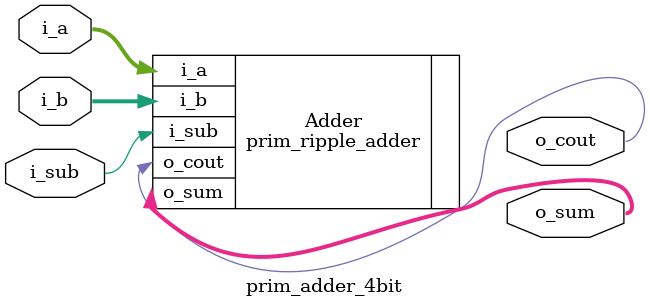
<source format=sv>
module prim_adder_4bit(
    input  logic [3:0] i_a,
    input  logic [3:0] i_b,
    input  logic       i_sub,
    output logic [3:0] o_sum,
    output logic       o_cout
);

prim_ripple_adder #(.WIDTH(4)) Adder(
    .i_a   (i_a)   ,
    .i_b   (i_b)   ,
    .i_sub (i_sub) ,
    .o_sum (o_sum) ,
    .o_cout(o_cout)
);



endmodule : prim_adder_4bit

</source>
